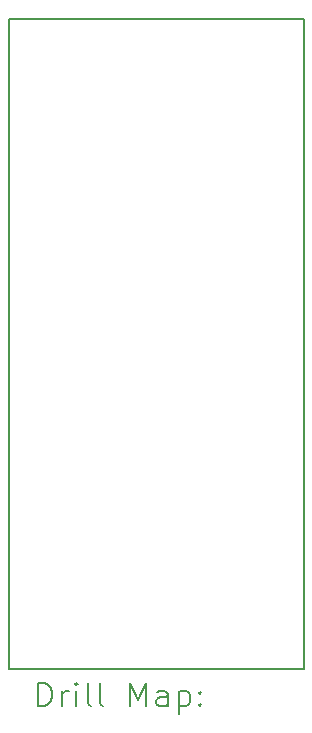
<source format=gbr>
%TF.GenerationSoftware,KiCad,Pcbnew,7.0.5*%
%TF.CreationDate,2023-12-16T01:16:10-08:00*%
%TF.ProjectId,Lyrav3,4c797261-7633-42e6-9b69-6361645f7063,rev?*%
%TF.SameCoordinates,Original*%
%TF.FileFunction,Drillmap*%
%TF.FilePolarity,Positive*%
%FSLAX45Y45*%
G04 Gerber Fmt 4.5, Leading zero omitted, Abs format (unit mm)*
G04 Created by KiCad (PCBNEW 7.0.5) date 2023-12-16 01:16:10*
%MOMM*%
%LPD*%
G01*
G04 APERTURE LIST*
%ADD10C,0.200000*%
G04 APERTURE END LIST*
D10*
X18360000Y-6402500D02*
X20860000Y-6402500D01*
X20860000Y-11902500D01*
X18360000Y-11902500D01*
X18360000Y-6402500D01*
X18610777Y-12223984D02*
X18610777Y-12023984D01*
X18610777Y-12023984D02*
X18658396Y-12023984D01*
X18658396Y-12023984D02*
X18686967Y-12033508D01*
X18686967Y-12033508D02*
X18706015Y-12052555D01*
X18706015Y-12052555D02*
X18715539Y-12071603D01*
X18715539Y-12071603D02*
X18725063Y-12109698D01*
X18725063Y-12109698D02*
X18725063Y-12138269D01*
X18725063Y-12138269D02*
X18715539Y-12176365D01*
X18715539Y-12176365D02*
X18706015Y-12195412D01*
X18706015Y-12195412D02*
X18686967Y-12214460D01*
X18686967Y-12214460D02*
X18658396Y-12223984D01*
X18658396Y-12223984D02*
X18610777Y-12223984D01*
X18810777Y-12223984D02*
X18810777Y-12090650D01*
X18810777Y-12128746D02*
X18820301Y-12109698D01*
X18820301Y-12109698D02*
X18829824Y-12100174D01*
X18829824Y-12100174D02*
X18848872Y-12090650D01*
X18848872Y-12090650D02*
X18867920Y-12090650D01*
X18934586Y-12223984D02*
X18934586Y-12090650D01*
X18934586Y-12023984D02*
X18925063Y-12033508D01*
X18925063Y-12033508D02*
X18934586Y-12043031D01*
X18934586Y-12043031D02*
X18944110Y-12033508D01*
X18944110Y-12033508D02*
X18934586Y-12023984D01*
X18934586Y-12023984D02*
X18934586Y-12043031D01*
X19058396Y-12223984D02*
X19039348Y-12214460D01*
X19039348Y-12214460D02*
X19029824Y-12195412D01*
X19029824Y-12195412D02*
X19029824Y-12023984D01*
X19163158Y-12223984D02*
X19144110Y-12214460D01*
X19144110Y-12214460D02*
X19134586Y-12195412D01*
X19134586Y-12195412D02*
X19134586Y-12023984D01*
X19391729Y-12223984D02*
X19391729Y-12023984D01*
X19391729Y-12023984D02*
X19458396Y-12166841D01*
X19458396Y-12166841D02*
X19525063Y-12023984D01*
X19525063Y-12023984D02*
X19525063Y-12223984D01*
X19706015Y-12223984D02*
X19706015Y-12119222D01*
X19706015Y-12119222D02*
X19696491Y-12100174D01*
X19696491Y-12100174D02*
X19677444Y-12090650D01*
X19677444Y-12090650D02*
X19639348Y-12090650D01*
X19639348Y-12090650D02*
X19620301Y-12100174D01*
X19706015Y-12214460D02*
X19686967Y-12223984D01*
X19686967Y-12223984D02*
X19639348Y-12223984D01*
X19639348Y-12223984D02*
X19620301Y-12214460D01*
X19620301Y-12214460D02*
X19610777Y-12195412D01*
X19610777Y-12195412D02*
X19610777Y-12176365D01*
X19610777Y-12176365D02*
X19620301Y-12157317D01*
X19620301Y-12157317D02*
X19639348Y-12147793D01*
X19639348Y-12147793D02*
X19686967Y-12147793D01*
X19686967Y-12147793D02*
X19706015Y-12138269D01*
X19801253Y-12090650D02*
X19801253Y-12290650D01*
X19801253Y-12100174D02*
X19820301Y-12090650D01*
X19820301Y-12090650D02*
X19858396Y-12090650D01*
X19858396Y-12090650D02*
X19877444Y-12100174D01*
X19877444Y-12100174D02*
X19886967Y-12109698D01*
X19886967Y-12109698D02*
X19896491Y-12128746D01*
X19896491Y-12128746D02*
X19896491Y-12185888D01*
X19896491Y-12185888D02*
X19886967Y-12204936D01*
X19886967Y-12204936D02*
X19877444Y-12214460D01*
X19877444Y-12214460D02*
X19858396Y-12223984D01*
X19858396Y-12223984D02*
X19820301Y-12223984D01*
X19820301Y-12223984D02*
X19801253Y-12214460D01*
X19982205Y-12204936D02*
X19991729Y-12214460D01*
X19991729Y-12214460D02*
X19982205Y-12223984D01*
X19982205Y-12223984D02*
X19972682Y-12214460D01*
X19972682Y-12214460D02*
X19982205Y-12204936D01*
X19982205Y-12204936D02*
X19982205Y-12223984D01*
X19982205Y-12100174D02*
X19991729Y-12109698D01*
X19991729Y-12109698D02*
X19982205Y-12119222D01*
X19982205Y-12119222D02*
X19972682Y-12109698D01*
X19972682Y-12109698D02*
X19982205Y-12100174D01*
X19982205Y-12100174D02*
X19982205Y-12119222D01*
M02*

</source>
